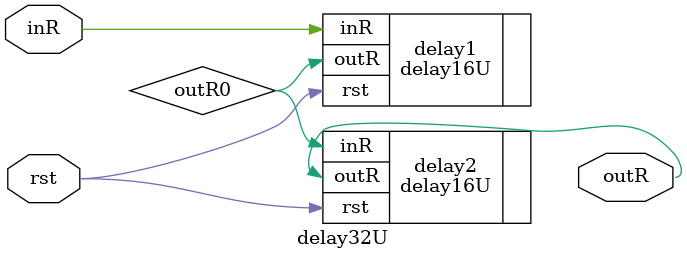
<source format=v>
`timescale 1ns / 1ps

module delay32U(inR, outR, rst);
input inR, rst;
output outR;

wire outR0;


delay16U delay1(.inR(inR), .outR(outR0), .rst(rst));
delay16U delay2(.inR(outR0), .outR(outR), .rst(rst));
endmodule


</source>
